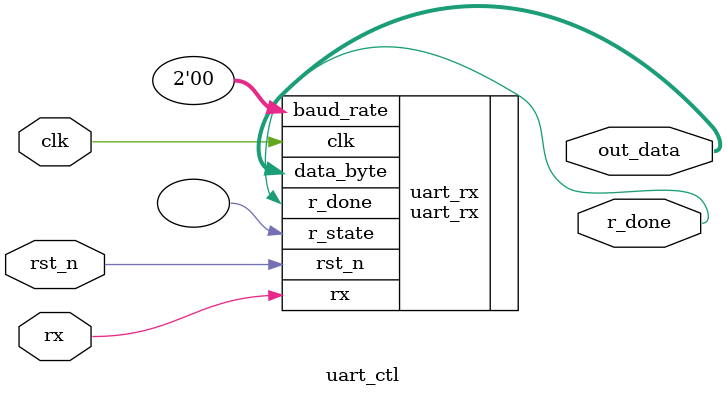
<source format=v>
`timescale 1ns / 1ps


module uart_ctl(
    clk,
    rst_n,
    rx,
    r_done,
    out_data
);

    input clk;
    input rst_n;
    input rx;
    output r_done;
    output [7:0]out_data;
    
    uart_rx uart_rx (
        .clk(clk),
        .rst_n(rst_n),
        .rx(rx),
        .baud_rate(2'd0),   //9600 19200 38400 115200 
        .r_done(r_done),
        .r_state(),
        .data_byte(out_data)
    );
endmodule

</source>
